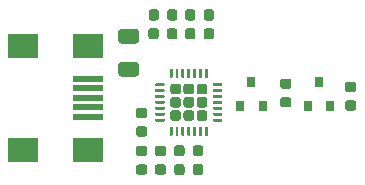
<source format=gbr>
G04 #@! TF.GenerationSoftware,KiCad,Pcbnew,(5.1.6)-1*
G04 #@! TF.CreationDate,2021-04-01T10:41:09+07:00*
G04 #@! TF.ProjectId,esp-avr-usb-converter,6573702d-6176-4722-9d75-73622d636f6e,rev?*
G04 #@! TF.SameCoordinates,Original*
G04 #@! TF.FileFunction,Paste,Top*
G04 #@! TF.FilePolarity,Positive*
%FSLAX46Y46*%
G04 Gerber Fmt 4.6, Leading zero omitted, Abs format (unit mm)*
G04 Created by KiCad (PCBNEW (5.1.6)-1) date 2021-04-01 10:41:09*
%MOMM*%
%LPD*%
G01*
G04 APERTURE LIST*
%ADD10R,2.500000X2.000000*%
%ADD11R,2.500000X0.500000*%
%ADD12R,0.800000X0.900000*%
G04 APERTURE END LIST*
G04 #@! TO.C,C3*
G36*
G01*
X139956250Y-87362500D02*
X139443750Y-87362500D01*
G75*
G02*
X139225000Y-87143750I0J218750D01*
G01*
X139225000Y-86706250D01*
G75*
G02*
X139443750Y-86487500I218750J0D01*
G01*
X139956250Y-86487500D01*
G75*
G02*
X140175000Y-86706250I0J-218750D01*
G01*
X140175000Y-87143750D01*
G75*
G02*
X139956250Y-87362500I-218750J0D01*
G01*
G37*
G36*
G01*
X139956250Y-88937500D02*
X139443750Y-88937500D01*
G75*
G02*
X139225000Y-88718750I0J218750D01*
G01*
X139225000Y-88281250D01*
G75*
G02*
X139443750Y-88062500I218750J0D01*
G01*
X139956250Y-88062500D01*
G75*
G02*
X140175000Y-88281250I0J-218750D01*
G01*
X140175000Y-88718750D01*
G75*
G02*
X139956250Y-88937500I-218750J0D01*
G01*
G37*
G04 #@! TD*
G04 #@! TO.C,C4*
G36*
G01*
X127243750Y-92187500D02*
X127756250Y-92187500D01*
G75*
G02*
X127975000Y-92406250I0J-218750D01*
G01*
X127975000Y-92843750D01*
G75*
G02*
X127756250Y-93062500I-218750J0D01*
G01*
X127243750Y-93062500D01*
G75*
G02*
X127025000Y-92843750I0J218750D01*
G01*
X127025000Y-92406250D01*
G75*
G02*
X127243750Y-92187500I218750J0D01*
G01*
G37*
G36*
G01*
X127243750Y-93762500D02*
X127756250Y-93762500D01*
G75*
G02*
X127975000Y-93981250I0J-218750D01*
G01*
X127975000Y-94418750D01*
G75*
G02*
X127756250Y-94637500I-218750J0D01*
G01*
X127243750Y-94637500D01*
G75*
G02*
X127025000Y-94418750I0J218750D01*
G01*
X127025000Y-93981250D01*
G75*
G02*
X127243750Y-93762500I218750J0D01*
G01*
G37*
G04 #@! TD*
G04 #@! TO.C,C5*
G36*
G01*
X128843750Y-93762500D02*
X129356250Y-93762500D01*
G75*
G02*
X129575000Y-93981250I0J-218750D01*
G01*
X129575000Y-94418750D01*
G75*
G02*
X129356250Y-94637500I-218750J0D01*
G01*
X128843750Y-94637500D01*
G75*
G02*
X128625000Y-94418750I0J218750D01*
G01*
X128625000Y-93981250D01*
G75*
G02*
X128843750Y-93762500I218750J0D01*
G01*
G37*
G36*
G01*
X128843750Y-92187500D02*
X129356250Y-92187500D01*
G75*
G02*
X129575000Y-92406250I0J-218750D01*
G01*
X129575000Y-92843750D01*
G75*
G02*
X129356250Y-93062500I-218750J0D01*
G01*
X128843750Y-93062500D01*
G75*
G02*
X128625000Y-92843750I0J218750D01*
G01*
X128625000Y-92406250D01*
G75*
G02*
X128843750Y-92187500I218750J0D01*
G01*
G37*
G04 #@! TD*
G04 #@! TO.C,C6*
G36*
G01*
X127756250Y-91412500D02*
X127243750Y-91412500D01*
G75*
G02*
X127025000Y-91193750I0J218750D01*
G01*
X127025000Y-90756250D01*
G75*
G02*
X127243750Y-90537500I218750J0D01*
G01*
X127756250Y-90537500D01*
G75*
G02*
X127975000Y-90756250I0J-218750D01*
G01*
X127975000Y-91193750D01*
G75*
G02*
X127756250Y-91412500I-218750J0D01*
G01*
G37*
G36*
G01*
X127756250Y-89837500D02*
X127243750Y-89837500D01*
G75*
G02*
X127025000Y-89618750I0J218750D01*
G01*
X127025000Y-89181250D01*
G75*
G02*
X127243750Y-88962500I218750J0D01*
G01*
X127756250Y-88962500D01*
G75*
G02*
X127975000Y-89181250I0J-218750D01*
G01*
X127975000Y-89618750D01*
G75*
G02*
X127756250Y-89837500I-218750J0D01*
G01*
G37*
G04 #@! TD*
G04 #@! TO.C,D1*
G36*
G01*
X144943750Y-88337500D02*
X145456250Y-88337500D01*
G75*
G02*
X145675000Y-88556250I0J-218750D01*
G01*
X145675000Y-88993750D01*
G75*
G02*
X145456250Y-89212500I-218750J0D01*
G01*
X144943750Y-89212500D01*
G75*
G02*
X144725000Y-88993750I0J218750D01*
G01*
X144725000Y-88556250D01*
G75*
G02*
X144943750Y-88337500I218750J0D01*
G01*
G37*
G36*
G01*
X144943750Y-86762500D02*
X145456250Y-86762500D01*
G75*
G02*
X145675000Y-86981250I0J-218750D01*
G01*
X145675000Y-87418750D01*
G75*
G02*
X145456250Y-87637500I-218750J0D01*
G01*
X144943750Y-87637500D01*
G75*
G02*
X144725000Y-87418750I0J218750D01*
G01*
X144725000Y-86981250D01*
G75*
G02*
X144943750Y-86762500I218750J0D01*
G01*
G37*
G04 #@! TD*
G04 #@! TO.C,D3*
G36*
G01*
X130537500Y-80843750D02*
X130537500Y-81356250D01*
G75*
G02*
X130318750Y-81575000I-218750J0D01*
G01*
X129881250Y-81575000D01*
G75*
G02*
X129662500Y-81356250I0J218750D01*
G01*
X129662500Y-80843750D01*
G75*
G02*
X129881250Y-80625000I218750J0D01*
G01*
X130318750Y-80625000D01*
G75*
G02*
X130537500Y-80843750I0J-218750D01*
G01*
G37*
G36*
G01*
X128962500Y-80843750D02*
X128962500Y-81356250D01*
G75*
G02*
X128743750Y-81575000I-218750J0D01*
G01*
X128306250Y-81575000D01*
G75*
G02*
X128087500Y-81356250I0J218750D01*
G01*
X128087500Y-80843750D01*
G75*
G02*
X128306250Y-80625000I218750J0D01*
G01*
X128743750Y-80625000D01*
G75*
G02*
X128962500Y-80843750I0J-218750D01*
G01*
G37*
G04 #@! TD*
G04 #@! TO.C,D4*
G36*
G01*
X128950000Y-82443750D02*
X128950000Y-82956250D01*
G75*
G02*
X128731250Y-83175000I-218750J0D01*
G01*
X128293750Y-83175000D01*
G75*
G02*
X128075000Y-82956250I0J218750D01*
G01*
X128075000Y-82443750D01*
G75*
G02*
X128293750Y-82225000I218750J0D01*
G01*
X128731250Y-82225000D01*
G75*
G02*
X128950000Y-82443750I0J-218750D01*
G01*
G37*
G36*
G01*
X130525000Y-82443750D02*
X130525000Y-82956250D01*
G75*
G02*
X130306250Y-83175000I-218750J0D01*
G01*
X129868750Y-83175000D01*
G75*
G02*
X129650000Y-82956250I0J218750D01*
G01*
X129650000Y-82443750D01*
G75*
G02*
X129868750Y-82225000I218750J0D01*
G01*
X130306250Y-82225000D01*
G75*
G02*
X130525000Y-82443750I0J-218750D01*
G01*
G37*
G04 #@! TD*
D10*
G04 #@! TO.C,J1*
X117500000Y-83700000D03*
X117500000Y-92500000D03*
X123000000Y-83700000D03*
X123000000Y-92500000D03*
D11*
X123000000Y-86500000D03*
X123000000Y-87300000D03*
X123000000Y-88100000D03*
X123000000Y-88900000D03*
X123000000Y-89700000D03*
G04 #@! TD*
D12*
G04 #@! TO.C,Q1*
X142500000Y-86800000D03*
X143450000Y-88800000D03*
X141550000Y-88800000D03*
G04 #@! TD*
G04 #@! TO.C,Q2*
X135850000Y-88800000D03*
X137750000Y-88800000D03*
X136800000Y-86800000D03*
G04 #@! TD*
G04 #@! TO.C,R5*
G36*
G01*
X130262500Y-92856250D02*
X130262500Y-92343750D01*
G75*
G02*
X130481250Y-92125000I218750J0D01*
G01*
X130918750Y-92125000D01*
G75*
G02*
X131137500Y-92343750I0J-218750D01*
G01*
X131137500Y-92856250D01*
G75*
G02*
X130918750Y-93075000I-218750J0D01*
G01*
X130481250Y-93075000D01*
G75*
G02*
X130262500Y-92856250I0J218750D01*
G01*
G37*
G36*
G01*
X131837500Y-92856250D02*
X131837500Y-92343750D01*
G75*
G02*
X132056250Y-92125000I218750J0D01*
G01*
X132493750Y-92125000D01*
G75*
G02*
X132712500Y-92343750I0J-218750D01*
G01*
X132712500Y-92856250D01*
G75*
G02*
X132493750Y-93075000I-218750J0D01*
G01*
X132056250Y-93075000D01*
G75*
G02*
X131837500Y-92856250I0J218750D01*
G01*
G37*
G04 #@! TD*
G04 #@! TO.C,R6*
G36*
G01*
X131137500Y-93943750D02*
X131137500Y-94456250D01*
G75*
G02*
X130918750Y-94675000I-218750J0D01*
G01*
X130481250Y-94675000D01*
G75*
G02*
X130262500Y-94456250I0J218750D01*
G01*
X130262500Y-93943750D01*
G75*
G02*
X130481250Y-93725000I218750J0D01*
G01*
X130918750Y-93725000D01*
G75*
G02*
X131137500Y-93943750I0J-218750D01*
G01*
G37*
G36*
G01*
X132712500Y-93943750D02*
X132712500Y-94456250D01*
G75*
G02*
X132493750Y-94675000I-218750J0D01*
G01*
X132056250Y-94675000D01*
G75*
G02*
X131837500Y-94456250I0J218750D01*
G01*
X131837500Y-93943750D01*
G75*
G02*
X132056250Y-93725000I218750J0D01*
G01*
X132493750Y-93725000D01*
G75*
G02*
X132712500Y-93943750I0J-218750D01*
G01*
G37*
G04 #@! TD*
G04 #@! TO.C,R7*
G36*
G01*
X131187500Y-81356250D02*
X131187500Y-80843750D01*
G75*
G02*
X131406250Y-80625000I218750J0D01*
G01*
X131843750Y-80625000D01*
G75*
G02*
X132062500Y-80843750I0J-218750D01*
G01*
X132062500Y-81356250D01*
G75*
G02*
X131843750Y-81575000I-218750J0D01*
G01*
X131406250Y-81575000D01*
G75*
G02*
X131187500Y-81356250I0J218750D01*
G01*
G37*
G36*
G01*
X132762500Y-81356250D02*
X132762500Y-80843750D01*
G75*
G02*
X132981250Y-80625000I218750J0D01*
G01*
X133418750Y-80625000D01*
G75*
G02*
X133637500Y-80843750I0J-218750D01*
G01*
X133637500Y-81356250D01*
G75*
G02*
X133418750Y-81575000I-218750J0D01*
G01*
X132981250Y-81575000D01*
G75*
G02*
X132762500Y-81356250I0J218750D01*
G01*
G37*
G04 #@! TD*
G04 #@! TO.C,R8*
G36*
G01*
X132762500Y-82956250D02*
X132762500Y-82443750D01*
G75*
G02*
X132981250Y-82225000I218750J0D01*
G01*
X133418750Y-82225000D01*
G75*
G02*
X133637500Y-82443750I0J-218750D01*
G01*
X133637500Y-82956250D01*
G75*
G02*
X133418750Y-83175000I-218750J0D01*
G01*
X132981250Y-83175000D01*
G75*
G02*
X132762500Y-82956250I0J218750D01*
G01*
G37*
G36*
G01*
X131187500Y-82956250D02*
X131187500Y-82443750D01*
G75*
G02*
X131406250Y-82225000I218750J0D01*
G01*
X131843750Y-82225000D01*
G75*
G02*
X132062500Y-82443750I0J-218750D01*
G01*
X132062500Y-82956250D01*
G75*
G02*
X131843750Y-83175000I-218750J0D01*
G01*
X131406250Y-83175000D01*
G75*
G02*
X131187500Y-82956250I0J218750D01*
G01*
G37*
G04 #@! TD*
G04 #@! TO.C,U2*
G36*
G01*
X128650000Y-87062500D02*
X128650000Y-86937500D01*
G75*
G02*
X128712500Y-86875000I62500J0D01*
G01*
X129387500Y-86875000D01*
G75*
G02*
X129450000Y-86937500I0J-62500D01*
G01*
X129450000Y-87062500D01*
G75*
G02*
X129387500Y-87125000I-62500J0D01*
G01*
X128712500Y-87125000D01*
G75*
G02*
X128650000Y-87062500I0J62500D01*
G01*
G37*
G36*
G01*
X128650000Y-87562500D02*
X128650000Y-87437500D01*
G75*
G02*
X128712500Y-87375000I62500J0D01*
G01*
X129387500Y-87375000D01*
G75*
G02*
X129450000Y-87437500I0J-62500D01*
G01*
X129450000Y-87562500D01*
G75*
G02*
X129387500Y-87625000I-62500J0D01*
G01*
X128712500Y-87625000D01*
G75*
G02*
X128650000Y-87562500I0J62500D01*
G01*
G37*
G36*
G01*
X128650000Y-88062500D02*
X128650000Y-87937500D01*
G75*
G02*
X128712500Y-87875000I62500J0D01*
G01*
X129387500Y-87875000D01*
G75*
G02*
X129450000Y-87937500I0J-62500D01*
G01*
X129450000Y-88062500D01*
G75*
G02*
X129387500Y-88125000I-62500J0D01*
G01*
X128712500Y-88125000D01*
G75*
G02*
X128650000Y-88062500I0J62500D01*
G01*
G37*
G36*
G01*
X128650000Y-88562500D02*
X128650000Y-88437500D01*
G75*
G02*
X128712500Y-88375000I62500J0D01*
G01*
X129387500Y-88375000D01*
G75*
G02*
X129450000Y-88437500I0J-62500D01*
G01*
X129450000Y-88562500D01*
G75*
G02*
X129387500Y-88625000I-62500J0D01*
G01*
X128712500Y-88625000D01*
G75*
G02*
X128650000Y-88562500I0J62500D01*
G01*
G37*
G36*
G01*
X128650000Y-89062500D02*
X128650000Y-88937500D01*
G75*
G02*
X128712500Y-88875000I62500J0D01*
G01*
X129387500Y-88875000D01*
G75*
G02*
X129450000Y-88937500I0J-62500D01*
G01*
X129450000Y-89062500D01*
G75*
G02*
X129387500Y-89125000I-62500J0D01*
G01*
X128712500Y-89125000D01*
G75*
G02*
X128650000Y-89062500I0J62500D01*
G01*
G37*
G36*
G01*
X128650000Y-89562500D02*
X128650000Y-89437500D01*
G75*
G02*
X128712500Y-89375000I62500J0D01*
G01*
X129387500Y-89375000D01*
G75*
G02*
X129450000Y-89437500I0J-62500D01*
G01*
X129450000Y-89562500D01*
G75*
G02*
X129387500Y-89625000I-62500J0D01*
G01*
X128712500Y-89625000D01*
G75*
G02*
X128650000Y-89562500I0J62500D01*
G01*
G37*
G36*
G01*
X128650000Y-90062500D02*
X128650000Y-89937500D01*
G75*
G02*
X128712500Y-89875000I62500J0D01*
G01*
X129387500Y-89875000D01*
G75*
G02*
X129450000Y-89937500I0J-62500D01*
G01*
X129450000Y-90062500D01*
G75*
G02*
X129387500Y-90125000I-62500J0D01*
G01*
X128712500Y-90125000D01*
G75*
G02*
X128650000Y-90062500I0J62500D01*
G01*
G37*
G36*
G01*
X129875000Y-91287500D02*
X129875000Y-90612500D01*
G75*
G02*
X129937500Y-90550000I62500J0D01*
G01*
X130062500Y-90550000D01*
G75*
G02*
X130125000Y-90612500I0J-62500D01*
G01*
X130125000Y-91287500D01*
G75*
G02*
X130062500Y-91350000I-62500J0D01*
G01*
X129937500Y-91350000D01*
G75*
G02*
X129875000Y-91287500I0J62500D01*
G01*
G37*
G36*
G01*
X130375000Y-91287500D02*
X130375000Y-90612500D01*
G75*
G02*
X130437500Y-90550000I62500J0D01*
G01*
X130562500Y-90550000D01*
G75*
G02*
X130625000Y-90612500I0J-62500D01*
G01*
X130625000Y-91287500D01*
G75*
G02*
X130562500Y-91350000I-62500J0D01*
G01*
X130437500Y-91350000D01*
G75*
G02*
X130375000Y-91287500I0J62500D01*
G01*
G37*
G36*
G01*
X130875000Y-91287500D02*
X130875000Y-90612500D01*
G75*
G02*
X130937500Y-90550000I62500J0D01*
G01*
X131062500Y-90550000D01*
G75*
G02*
X131125000Y-90612500I0J-62500D01*
G01*
X131125000Y-91287500D01*
G75*
G02*
X131062500Y-91350000I-62500J0D01*
G01*
X130937500Y-91350000D01*
G75*
G02*
X130875000Y-91287500I0J62500D01*
G01*
G37*
G36*
G01*
X131375000Y-91287500D02*
X131375000Y-90612500D01*
G75*
G02*
X131437500Y-90550000I62500J0D01*
G01*
X131562500Y-90550000D01*
G75*
G02*
X131625000Y-90612500I0J-62500D01*
G01*
X131625000Y-91287500D01*
G75*
G02*
X131562500Y-91350000I-62500J0D01*
G01*
X131437500Y-91350000D01*
G75*
G02*
X131375000Y-91287500I0J62500D01*
G01*
G37*
G36*
G01*
X131875000Y-91287500D02*
X131875000Y-90612500D01*
G75*
G02*
X131937500Y-90550000I62500J0D01*
G01*
X132062500Y-90550000D01*
G75*
G02*
X132125000Y-90612500I0J-62500D01*
G01*
X132125000Y-91287500D01*
G75*
G02*
X132062500Y-91350000I-62500J0D01*
G01*
X131937500Y-91350000D01*
G75*
G02*
X131875000Y-91287500I0J62500D01*
G01*
G37*
G36*
G01*
X132375000Y-91287500D02*
X132375000Y-90612500D01*
G75*
G02*
X132437500Y-90550000I62500J0D01*
G01*
X132562500Y-90550000D01*
G75*
G02*
X132625000Y-90612500I0J-62500D01*
G01*
X132625000Y-91287500D01*
G75*
G02*
X132562500Y-91350000I-62500J0D01*
G01*
X132437500Y-91350000D01*
G75*
G02*
X132375000Y-91287500I0J62500D01*
G01*
G37*
G36*
G01*
X132875000Y-91287500D02*
X132875000Y-90612500D01*
G75*
G02*
X132937500Y-90550000I62500J0D01*
G01*
X133062500Y-90550000D01*
G75*
G02*
X133125000Y-90612500I0J-62500D01*
G01*
X133125000Y-91287500D01*
G75*
G02*
X133062500Y-91350000I-62500J0D01*
G01*
X132937500Y-91350000D01*
G75*
G02*
X132875000Y-91287500I0J62500D01*
G01*
G37*
G36*
G01*
X133550000Y-90062500D02*
X133550000Y-89937500D01*
G75*
G02*
X133612500Y-89875000I62500J0D01*
G01*
X134287500Y-89875000D01*
G75*
G02*
X134350000Y-89937500I0J-62500D01*
G01*
X134350000Y-90062500D01*
G75*
G02*
X134287500Y-90125000I-62500J0D01*
G01*
X133612500Y-90125000D01*
G75*
G02*
X133550000Y-90062500I0J62500D01*
G01*
G37*
G36*
G01*
X133550000Y-89562500D02*
X133550000Y-89437500D01*
G75*
G02*
X133612500Y-89375000I62500J0D01*
G01*
X134287500Y-89375000D01*
G75*
G02*
X134350000Y-89437500I0J-62500D01*
G01*
X134350000Y-89562500D01*
G75*
G02*
X134287500Y-89625000I-62500J0D01*
G01*
X133612500Y-89625000D01*
G75*
G02*
X133550000Y-89562500I0J62500D01*
G01*
G37*
G36*
G01*
X133550000Y-89062500D02*
X133550000Y-88937500D01*
G75*
G02*
X133612500Y-88875000I62500J0D01*
G01*
X134287500Y-88875000D01*
G75*
G02*
X134350000Y-88937500I0J-62500D01*
G01*
X134350000Y-89062500D01*
G75*
G02*
X134287500Y-89125000I-62500J0D01*
G01*
X133612500Y-89125000D01*
G75*
G02*
X133550000Y-89062500I0J62500D01*
G01*
G37*
G36*
G01*
X133550000Y-88562500D02*
X133550000Y-88437500D01*
G75*
G02*
X133612500Y-88375000I62500J0D01*
G01*
X134287500Y-88375000D01*
G75*
G02*
X134350000Y-88437500I0J-62500D01*
G01*
X134350000Y-88562500D01*
G75*
G02*
X134287500Y-88625000I-62500J0D01*
G01*
X133612500Y-88625000D01*
G75*
G02*
X133550000Y-88562500I0J62500D01*
G01*
G37*
G36*
G01*
X133550000Y-88062500D02*
X133550000Y-87937500D01*
G75*
G02*
X133612500Y-87875000I62500J0D01*
G01*
X134287500Y-87875000D01*
G75*
G02*
X134350000Y-87937500I0J-62500D01*
G01*
X134350000Y-88062500D01*
G75*
G02*
X134287500Y-88125000I-62500J0D01*
G01*
X133612500Y-88125000D01*
G75*
G02*
X133550000Y-88062500I0J62500D01*
G01*
G37*
G36*
G01*
X133550000Y-87562500D02*
X133550000Y-87437500D01*
G75*
G02*
X133612500Y-87375000I62500J0D01*
G01*
X134287500Y-87375000D01*
G75*
G02*
X134350000Y-87437500I0J-62500D01*
G01*
X134350000Y-87562500D01*
G75*
G02*
X134287500Y-87625000I-62500J0D01*
G01*
X133612500Y-87625000D01*
G75*
G02*
X133550000Y-87562500I0J62500D01*
G01*
G37*
G36*
G01*
X133550000Y-87062500D02*
X133550000Y-86937500D01*
G75*
G02*
X133612500Y-86875000I62500J0D01*
G01*
X134287500Y-86875000D01*
G75*
G02*
X134350000Y-86937500I0J-62500D01*
G01*
X134350000Y-87062500D01*
G75*
G02*
X134287500Y-87125000I-62500J0D01*
G01*
X133612500Y-87125000D01*
G75*
G02*
X133550000Y-87062500I0J62500D01*
G01*
G37*
G36*
G01*
X132875000Y-86387500D02*
X132875000Y-85712500D01*
G75*
G02*
X132937500Y-85650000I62500J0D01*
G01*
X133062500Y-85650000D01*
G75*
G02*
X133125000Y-85712500I0J-62500D01*
G01*
X133125000Y-86387500D01*
G75*
G02*
X133062500Y-86450000I-62500J0D01*
G01*
X132937500Y-86450000D01*
G75*
G02*
X132875000Y-86387500I0J62500D01*
G01*
G37*
G36*
G01*
X132375000Y-86387500D02*
X132375000Y-85712500D01*
G75*
G02*
X132437500Y-85650000I62500J0D01*
G01*
X132562500Y-85650000D01*
G75*
G02*
X132625000Y-85712500I0J-62500D01*
G01*
X132625000Y-86387500D01*
G75*
G02*
X132562500Y-86450000I-62500J0D01*
G01*
X132437500Y-86450000D01*
G75*
G02*
X132375000Y-86387500I0J62500D01*
G01*
G37*
G36*
G01*
X131875000Y-86387500D02*
X131875000Y-85712500D01*
G75*
G02*
X131937500Y-85650000I62500J0D01*
G01*
X132062500Y-85650000D01*
G75*
G02*
X132125000Y-85712500I0J-62500D01*
G01*
X132125000Y-86387500D01*
G75*
G02*
X132062500Y-86450000I-62500J0D01*
G01*
X131937500Y-86450000D01*
G75*
G02*
X131875000Y-86387500I0J62500D01*
G01*
G37*
G36*
G01*
X131375000Y-86387500D02*
X131375000Y-85712500D01*
G75*
G02*
X131437500Y-85650000I62500J0D01*
G01*
X131562500Y-85650000D01*
G75*
G02*
X131625000Y-85712500I0J-62500D01*
G01*
X131625000Y-86387500D01*
G75*
G02*
X131562500Y-86450000I-62500J0D01*
G01*
X131437500Y-86450000D01*
G75*
G02*
X131375000Y-86387500I0J62500D01*
G01*
G37*
G36*
G01*
X130875000Y-86387500D02*
X130875000Y-85712500D01*
G75*
G02*
X130937500Y-85650000I62500J0D01*
G01*
X131062500Y-85650000D01*
G75*
G02*
X131125000Y-85712500I0J-62500D01*
G01*
X131125000Y-86387500D01*
G75*
G02*
X131062500Y-86450000I-62500J0D01*
G01*
X130937500Y-86450000D01*
G75*
G02*
X130875000Y-86387500I0J62500D01*
G01*
G37*
G36*
G01*
X130375000Y-86387500D02*
X130375000Y-85712500D01*
G75*
G02*
X130437500Y-85650000I62500J0D01*
G01*
X130562500Y-85650000D01*
G75*
G02*
X130625000Y-85712500I0J-62500D01*
G01*
X130625000Y-86387500D01*
G75*
G02*
X130562500Y-86450000I-62500J0D01*
G01*
X130437500Y-86450000D01*
G75*
G02*
X130375000Y-86387500I0J62500D01*
G01*
G37*
G36*
G01*
X129875000Y-86387500D02*
X129875000Y-85712500D01*
G75*
G02*
X129937500Y-85650000I62500J0D01*
G01*
X130062500Y-85650000D01*
G75*
G02*
X130125000Y-85712500I0J-62500D01*
G01*
X130125000Y-86387500D01*
G75*
G02*
X130062500Y-86450000I-62500J0D01*
G01*
X129937500Y-86450000D01*
G75*
G02*
X129875000Y-86387500I0J62500D01*
G01*
G37*
G36*
G01*
X129930000Y-87605000D02*
X129930000Y-87155000D01*
G75*
G02*
X130155000Y-86930000I225000J0D01*
G01*
X130605000Y-86930000D01*
G75*
G02*
X130830000Y-87155000I0J-225000D01*
G01*
X130830000Y-87605000D01*
G75*
G02*
X130605000Y-87830000I-225000J0D01*
G01*
X130155000Y-87830000D01*
G75*
G02*
X129930000Y-87605000I0J225000D01*
G01*
G37*
G36*
G01*
X129930000Y-88725000D02*
X129930000Y-88275000D01*
G75*
G02*
X130155000Y-88050000I225000J0D01*
G01*
X130605000Y-88050000D01*
G75*
G02*
X130830000Y-88275000I0J-225000D01*
G01*
X130830000Y-88725000D01*
G75*
G02*
X130605000Y-88950000I-225000J0D01*
G01*
X130155000Y-88950000D01*
G75*
G02*
X129930000Y-88725000I0J225000D01*
G01*
G37*
G36*
G01*
X129930000Y-89845000D02*
X129930000Y-89395000D01*
G75*
G02*
X130155000Y-89170000I225000J0D01*
G01*
X130605000Y-89170000D01*
G75*
G02*
X130830000Y-89395000I0J-225000D01*
G01*
X130830000Y-89845000D01*
G75*
G02*
X130605000Y-90070000I-225000J0D01*
G01*
X130155000Y-90070000D01*
G75*
G02*
X129930000Y-89845000I0J225000D01*
G01*
G37*
G36*
G01*
X131050000Y-87605000D02*
X131050000Y-87155000D01*
G75*
G02*
X131275000Y-86930000I225000J0D01*
G01*
X131725000Y-86930000D01*
G75*
G02*
X131950000Y-87155000I0J-225000D01*
G01*
X131950000Y-87605000D01*
G75*
G02*
X131725000Y-87830000I-225000J0D01*
G01*
X131275000Y-87830000D01*
G75*
G02*
X131050000Y-87605000I0J225000D01*
G01*
G37*
G36*
G01*
X131050000Y-88725000D02*
X131050000Y-88275000D01*
G75*
G02*
X131275000Y-88050000I225000J0D01*
G01*
X131725000Y-88050000D01*
G75*
G02*
X131950000Y-88275000I0J-225000D01*
G01*
X131950000Y-88725000D01*
G75*
G02*
X131725000Y-88950000I-225000J0D01*
G01*
X131275000Y-88950000D01*
G75*
G02*
X131050000Y-88725000I0J225000D01*
G01*
G37*
G36*
G01*
X131050000Y-89845000D02*
X131050000Y-89395000D01*
G75*
G02*
X131275000Y-89170000I225000J0D01*
G01*
X131725000Y-89170000D01*
G75*
G02*
X131950000Y-89395000I0J-225000D01*
G01*
X131950000Y-89845000D01*
G75*
G02*
X131725000Y-90070000I-225000J0D01*
G01*
X131275000Y-90070000D01*
G75*
G02*
X131050000Y-89845000I0J225000D01*
G01*
G37*
G36*
G01*
X132170000Y-87605000D02*
X132170000Y-87155000D01*
G75*
G02*
X132395000Y-86930000I225000J0D01*
G01*
X132845000Y-86930000D01*
G75*
G02*
X133070000Y-87155000I0J-225000D01*
G01*
X133070000Y-87605000D01*
G75*
G02*
X132845000Y-87830000I-225000J0D01*
G01*
X132395000Y-87830000D01*
G75*
G02*
X132170000Y-87605000I0J225000D01*
G01*
G37*
G36*
G01*
X132170000Y-88725000D02*
X132170000Y-88275000D01*
G75*
G02*
X132395000Y-88050000I225000J0D01*
G01*
X132845000Y-88050000D01*
G75*
G02*
X133070000Y-88275000I0J-225000D01*
G01*
X133070000Y-88725000D01*
G75*
G02*
X132845000Y-88950000I-225000J0D01*
G01*
X132395000Y-88950000D01*
G75*
G02*
X132170000Y-88725000I0J225000D01*
G01*
G37*
G36*
G01*
X132170000Y-89845000D02*
X132170000Y-89395000D01*
G75*
G02*
X132395000Y-89170000I225000J0D01*
G01*
X132845000Y-89170000D01*
G75*
G02*
X133070000Y-89395000I0J-225000D01*
G01*
X133070000Y-89845000D01*
G75*
G02*
X132845000Y-90070000I-225000J0D01*
G01*
X132395000Y-90070000D01*
G75*
G02*
X132170000Y-89845000I0J225000D01*
G01*
G37*
G04 #@! TD*
G04 #@! TO.C,F2*
G36*
G01*
X125775000Y-82275000D02*
X127025000Y-82275000D01*
G75*
G02*
X127275000Y-82525000I0J-250000D01*
G01*
X127275000Y-83275000D01*
G75*
G02*
X127025000Y-83525000I-250000J0D01*
G01*
X125775000Y-83525000D01*
G75*
G02*
X125525000Y-83275000I0J250000D01*
G01*
X125525000Y-82525000D01*
G75*
G02*
X125775000Y-82275000I250000J0D01*
G01*
G37*
G36*
G01*
X125775000Y-85075000D02*
X127025000Y-85075000D01*
G75*
G02*
X127275000Y-85325000I0J-250000D01*
G01*
X127275000Y-86075000D01*
G75*
G02*
X127025000Y-86325000I-250000J0D01*
G01*
X125775000Y-86325000D01*
G75*
G02*
X125525000Y-86075000I0J250000D01*
G01*
X125525000Y-85325000D01*
G75*
G02*
X125775000Y-85075000I250000J0D01*
G01*
G37*
G04 #@! TD*
M02*

</source>
